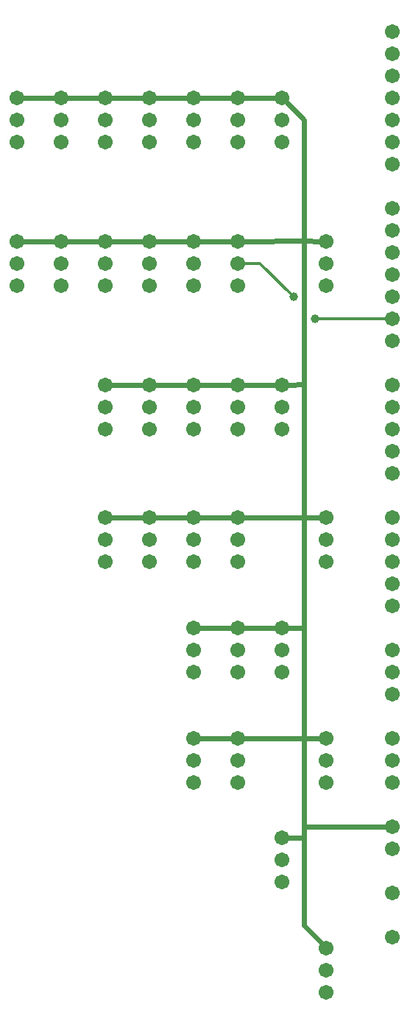
<source format=gtl>
G04 MADE WITH FRITZING*
G04 WWW.FRITZING.ORG*
G04 DOUBLE SIDED*
G04 HOLES PLATED*
G04 CONTOUR ON CENTER OF CONTOUR VECTOR*
%ASAXBY*%
%FSLAX23Y23*%
%MOIN*%
%OFA0B0*%
%SFA1.0B1.0*%
%ADD10C,0.067559*%
%ADD11C,0.039370*%
%ADD12C,0.024000*%
%ADD13C,0.012000*%
%LNCOPPER1*%
G90*
G70*
G54D10*
X2054Y910D03*
X2054Y810D03*
X1754Y3560D03*
X1754Y3460D03*
X1754Y3360D03*
X1554Y4210D03*
X1554Y4110D03*
X1554Y4010D03*
X1354Y4210D03*
X1354Y4110D03*
X1354Y4010D03*
X1354Y3560D03*
X1354Y3460D03*
X1354Y3360D03*
X1154Y4210D03*
X1154Y4110D03*
X1154Y4010D03*
X1154Y3560D03*
X1154Y3460D03*
X1154Y3360D03*
X954Y4210D03*
X954Y4110D03*
X954Y4010D03*
X954Y3560D03*
X954Y3460D03*
X954Y3360D03*
X354Y4210D03*
X354Y4110D03*
X354Y4010D03*
X354Y3560D03*
X354Y3460D03*
X354Y3360D03*
X554Y3560D03*
X554Y3460D03*
X554Y3360D03*
X554Y4210D03*
X554Y4110D03*
X554Y4010D03*
X754Y4210D03*
X754Y4110D03*
X754Y4010D03*
X2054Y4510D03*
X2054Y4410D03*
X2054Y4310D03*
X2054Y4210D03*
X2054Y4110D03*
X2054Y4010D03*
X2054Y3910D03*
X2054Y610D03*
X2054Y2310D03*
X2054Y2210D03*
X2054Y2110D03*
X2054Y2010D03*
X2054Y1910D03*
X2054Y3710D03*
X2054Y3610D03*
X2054Y3510D03*
X2054Y3410D03*
X2054Y3310D03*
X2054Y3210D03*
X2054Y3110D03*
X2054Y2910D03*
X2054Y2810D03*
X2054Y2710D03*
X2054Y2610D03*
X2054Y2510D03*
X2054Y1310D03*
X2054Y1210D03*
X2054Y1110D03*
X2054Y410D03*
X2054Y1710D03*
X2054Y1610D03*
X2054Y1510D03*
X754Y3560D03*
X754Y3460D03*
X754Y3360D03*
X754Y2910D03*
X754Y2810D03*
X754Y2710D03*
X954Y2910D03*
X954Y2810D03*
X954Y2710D03*
X1154Y2910D03*
X1154Y2810D03*
X1154Y2710D03*
X1354Y2910D03*
X1354Y2810D03*
X1354Y2710D03*
X1554Y2910D03*
X1554Y2810D03*
X1554Y2710D03*
X754Y2310D03*
X754Y2210D03*
X754Y2110D03*
X954Y2310D03*
X954Y2210D03*
X954Y2110D03*
X1154Y2310D03*
X1154Y2210D03*
X1154Y2110D03*
X1354Y2310D03*
X1354Y2210D03*
X1354Y2110D03*
X1754Y2310D03*
X1754Y2210D03*
X1754Y2110D03*
X1154Y1810D03*
X1154Y1710D03*
X1154Y1610D03*
X1354Y1810D03*
X1354Y1710D03*
X1354Y1610D03*
X1554Y1810D03*
X1554Y1710D03*
X1554Y1610D03*
X1154Y1310D03*
X1154Y1210D03*
X1154Y1110D03*
X1354Y1310D03*
X1354Y1210D03*
X1354Y1110D03*
X1754Y1310D03*
X1754Y1210D03*
X1754Y1110D03*
X1554Y860D03*
X1554Y760D03*
X1554Y660D03*
X1754Y360D03*
X1754Y260D03*
X1754Y160D03*
G54D11*
X1605Y3309D03*
X1704Y3209D03*
G54D12*
X530Y4210D02*
X379Y4210D01*
D02*
X579Y4210D02*
X730Y4210D01*
D02*
X779Y4210D02*
X930Y4210D01*
D02*
X779Y3560D02*
X930Y3560D01*
D02*
X979Y4210D02*
X1130Y4210D01*
D02*
X979Y3560D02*
X1130Y3560D01*
D02*
X1179Y4210D02*
X1330Y4210D01*
D02*
X1179Y3560D02*
X1330Y3560D01*
D02*
X1379Y4210D02*
X1530Y4210D01*
D02*
X579Y3560D02*
X730Y3560D01*
D02*
X530Y3560D02*
X379Y3560D01*
D02*
X1653Y461D02*
X1737Y378D01*
D02*
X1654Y2310D02*
X1653Y1809D01*
D02*
X1653Y1309D02*
X1653Y909D01*
D02*
X1653Y3561D02*
X1730Y3560D01*
D02*
X1379Y2310D02*
X1654Y2310D01*
D02*
X1379Y1310D02*
X1653Y1309D01*
D02*
X1653Y3561D02*
X1653Y4109D01*
D02*
X1653Y1809D02*
X1579Y1810D01*
D02*
X1379Y3560D02*
X1653Y3561D01*
D02*
X1653Y3561D02*
X1654Y2911D01*
D02*
X1653Y4109D02*
X1572Y4192D01*
D02*
X1653Y909D02*
X2030Y910D01*
D02*
X1653Y1809D02*
X1653Y1309D01*
D02*
X1654Y2911D02*
X1654Y2310D01*
D02*
X1653Y1309D02*
X1730Y1310D01*
D02*
X1654Y2310D02*
X1730Y2310D01*
D02*
X1653Y859D02*
X1579Y860D01*
D02*
X1653Y859D02*
X1653Y461D01*
D02*
X1653Y909D02*
X1653Y859D01*
D02*
X1379Y2910D02*
X1530Y2910D01*
D02*
X1654Y2911D02*
X1579Y2910D01*
D02*
X1179Y2310D02*
X1330Y2310D01*
D02*
X930Y2910D02*
X779Y2910D01*
D02*
X1130Y2910D02*
X979Y2910D01*
D02*
X1330Y2910D02*
X1179Y2910D01*
D02*
X930Y2310D02*
X779Y2310D01*
D02*
X979Y2310D02*
X1130Y2310D01*
D02*
X1330Y1810D02*
X1179Y1810D01*
D02*
X1379Y1810D02*
X1530Y1810D01*
D02*
X1330Y1310D02*
X1179Y1310D01*
G54D13*
D02*
X1454Y3460D02*
X1374Y3460D01*
D02*
X2035Y3210D02*
X1718Y3209D01*
D02*
X1595Y3319D02*
X1454Y3460D01*
G04 End of Copper1*
M02*
</source>
